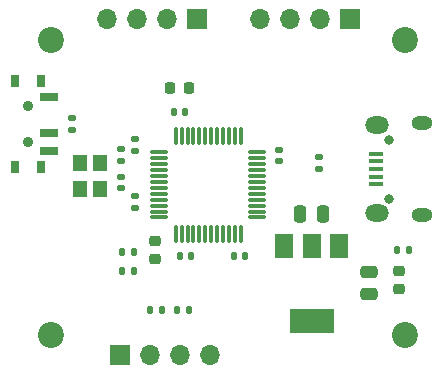
<source format=gbr>
%TF.GenerationSoftware,KiCad,Pcbnew,(6.0.10)*%
%TF.CreationDate,2024-12-04T22:05:22+05:30*%
%TF.ProjectId,STM32 Based PCB Design,53544d33-3220-4426-9173-656420504342,rev?*%
%TF.SameCoordinates,Original*%
%TF.FileFunction,Soldermask,Top*%
%TF.FilePolarity,Negative*%
%FSLAX46Y46*%
G04 Gerber Fmt 4.6, Leading zero omitted, Abs format (unit mm)*
G04 Created by KiCad (PCBNEW (6.0.10)) date 2024-12-04 22:05:22*
%MOMM*%
%LPD*%
G01*
G04 APERTURE LIST*
G04 Aperture macros list*
%AMRoundRect*
0 Rectangle with rounded corners*
0 $1 Rounding radius*
0 $2 $3 $4 $5 $6 $7 $8 $9 X,Y pos of 4 corners*
0 Add a 4 corners polygon primitive as box body*
4,1,4,$2,$3,$4,$5,$6,$7,$8,$9,$2,$3,0*
0 Add four circle primitives for the rounded corners*
1,1,$1+$1,$2,$3*
1,1,$1+$1,$4,$5*
1,1,$1+$1,$6,$7*
1,1,$1+$1,$8,$9*
0 Add four rect primitives between the rounded corners*
20,1,$1+$1,$2,$3,$4,$5,0*
20,1,$1+$1,$4,$5,$6,$7,0*
20,1,$1+$1,$6,$7,$8,$9,0*
20,1,$1+$1,$8,$9,$2,$3,0*%
G04 Aperture macros list end*
%ADD10RoundRect,0.075000X-0.662500X-0.075000X0.662500X-0.075000X0.662500X0.075000X-0.662500X0.075000X0*%
%ADD11RoundRect,0.075000X-0.075000X-0.662500X0.075000X-0.662500X0.075000X0.662500X-0.075000X0.662500X0*%
%ADD12O,0.800000X0.800000*%
%ADD13R,1.300000X0.450000*%
%ADD14O,2.000000X1.450000*%
%ADD15O,1.800000X1.150000*%
%ADD16RoundRect,0.218750X-0.256250X0.218750X-0.256250X-0.218750X0.256250X-0.218750X0.256250X0.218750X0*%
%ADD17RoundRect,0.140000X0.140000X0.170000X-0.140000X0.170000X-0.140000X-0.170000X0.140000X-0.170000X0*%
%ADD18RoundRect,0.140000X-0.140000X-0.170000X0.140000X-0.170000X0.140000X0.170000X-0.140000X0.170000X0*%
%ADD19R,1.700000X1.700000*%
%ADD20O,1.700000X1.700000*%
%ADD21RoundRect,0.135000X0.135000X0.185000X-0.135000X0.185000X-0.135000X-0.185000X0.135000X-0.185000X0*%
%ADD22C,2.200000*%
%ADD23RoundRect,0.140000X0.170000X-0.140000X0.170000X0.140000X-0.170000X0.140000X-0.170000X-0.140000X0*%
%ADD24RoundRect,0.135000X-0.135000X-0.185000X0.135000X-0.185000X0.135000X0.185000X-0.135000X0.185000X0*%
%ADD25RoundRect,0.250000X-0.250000X-0.475000X0.250000X-0.475000X0.250000X0.475000X-0.250000X0.475000X0*%
%ADD26RoundRect,0.225000X-0.225000X-0.250000X0.225000X-0.250000X0.225000X0.250000X-0.225000X0.250000X0*%
%ADD27RoundRect,0.135000X-0.185000X0.135000X-0.185000X-0.135000X0.185000X-0.135000X0.185000X0.135000X0*%
%ADD28RoundRect,0.140000X-0.170000X0.140000X-0.170000X-0.140000X0.170000X-0.140000X0.170000X0.140000X0*%
%ADD29R,0.800000X1.000000*%
%ADD30C,0.900000*%
%ADD31R,1.500000X0.700000*%
%ADD32RoundRect,0.135000X0.185000X-0.135000X0.185000X0.135000X-0.185000X0.135000X-0.185000X-0.135000X0*%
%ADD33R,1.500000X2.000000*%
%ADD34R,3.800000X2.000000*%
%ADD35R,1.200000X1.400000*%
%ADD36RoundRect,0.250000X0.475000X-0.250000X0.475000X0.250000X-0.475000X0.250000X-0.475000X-0.250000X0*%
G04 APERTURE END LIST*
D10*
%TO.C,U1*%
X197911500Y-87750000D03*
X197911500Y-88250000D03*
X197911500Y-88750000D03*
X197911500Y-89250000D03*
X197911500Y-89750000D03*
X197911500Y-90250000D03*
X197911500Y-90750000D03*
X197911500Y-91250000D03*
X197911500Y-91750000D03*
X197911500Y-92250000D03*
X197911500Y-92750000D03*
X197911500Y-93250000D03*
D11*
X199324000Y-94662500D03*
X199824000Y-94662500D03*
X200324000Y-94662500D03*
X200824000Y-94662500D03*
X201324000Y-94662500D03*
X201824000Y-94662500D03*
X202324000Y-94662500D03*
X202824000Y-94662500D03*
X203324000Y-94662500D03*
X203824000Y-94662500D03*
X204324000Y-94662500D03*
X204824000Y-94662500D03*
D10*
X206236500Y-93250000D03*
X206236500Y-92750000D03*
X206236500Y-92250000D03*
X206236500Y-91750000D03*
X206236500Y-91250000D03*
X206236500Y-90750000D03*
X206236500Y-90250000D03*
X206236500Y-89750000D03*
X206236500Y-89250000D03*
X206236500Y-88750000D03*
X206236500Y-88250000D03*
X206236500Y-87750000D03*
D11*
X204824000Y-86337500D03*
X204324000Y-86337500D03*
X203824000Y-86337500D03*
X203324000Y-86337500D03*
X202824000Y-86337500D03*
X202324000Y-86337500D03*
X201824000Y-86337500D03*
X201324000Y-86337500D03*
X200824000Y-86337500D03*
X200324000Y-86337500D03*
X199824000Y-86337500D03*
X199324000Y-86337500D03*
%TD*%
D12*
%TO.C,J4*%
X217386000Y-91654000D03*
X217386000Y-86654000D03*
D13*
X216286000Y-90454000D03*
X216286000Y-89804000D03*
X216286000Y-89154000D03*
X216286000Y-88504000D03*
X216286000Y-87854000D03*
D14*
X216336000Y-85429000D03*
D15*
X220136000Y-93029000D03*
D14*
X216336000Y-92879000D03*
D15*
X220136000Y-85279000D03*
%TD*%
D16*
%TO.C,D1*%
X218186000Y-97764500D03*
X218186000Y-99339500D03*
%TD*%
D17*
%TO.C,C7*%
X195769672Y-96186000D03*
X194809672Y-96186000D03*
%TD*%
D16*
%TO.C,FB1*%
X197574000Y-95212500D03*
X197574000Y-96787500D03*
%TD*%
D18*
%TO.C,C9*%
X199672000Y-96520000D03*
X200632000Y-96520000D03*
%TD*%
D19*
%TO.C,J3*%
X214112000Y-76454000D03*
D20*
X211572000Y-76454000D03*
X209032000Y-76454000D03*
X206492000Y-76454000D03*
%TD*%
D21*
%TO.C,R2*%
X198122000Y-101092000D03*
X197102000Y-101092000D03*
%TD*%
D17*
%TO.C,C3*%
X205204000Y-96520000D03*
X204244000Y-96520000D03*
%TD*%
D19*
%TO.C,J1*%
X194574000Y-104902000D03*
D20*
X197114000Y-104902000D03*
X199654000Y-104902000D03*
X202194000Y-104902000D03*
%TD*%
D22*
%TO.C,H4*%
X188722000Y-103232000D03*
%TD*%
D23*
%TO.C,C2*%
X195834000Y-87602000D03*
X195834000Y-86642000D03*
%TD*%
%TO.C,C11*%
X194670000Y-90750000D03*
X194670000Y-89790000D03*
%TD*%
D24*
%TO.C,R5*%
X218058000Y-96012000D03*
X219078000Y-96012000D03*
%TD*%
D17*
%TO.C,C8*%
X195769672Y-97826000D03*
X194809672Y-97826000D03*
%TD*%
D25*
%TO.C,C12*%
X209870000Y-92964000D03*
X211770000Y-92964000D03*
%TD*%
D26*
%TO.C,C1*%
X198869000Y-82296000D03*
X200419000Y-82296000D03*
%TD*%
D27*
%TO.C,R4*%
X211454000Y-88136000D03*
X211454000Y-89156000D03*
%TD*%
D28*
%TO.C,C4*%
X208074000Y-87520000D03*
X208074000Y-88480000D03*
%TD*%
D23*
%TO.C,C6*%
X195834000Y-92428000D03*
X195834000Y-91468000D03*
%TD*%
D29*
%TO.C,SW1*%
X185735000Y-88994000D03*
X187945000Y-88994000D03*
D30*
X186835000Y-83844000D03*
D29*
X185735000Y-81694000D03*
D30*
X186835000Y-86844000D03*
D29*
X187945000Y-81694000D03*
D31*
X188595000Y-83094000D03*
X188595000Y-86094000D03*
X188595000Y-87594000D03*
%TD*%
D23*
%TO.C,C10*%
X194670000Y-88436000D03*
X194670000Y-87476000D03*
%TD*%
D18*
%TO.C,C5*%
X199164000Y-84328000D03*
X200124000Y-84328000D03*
%TD*%
D24*
%TO.C,R3*%
X199388000Y-101092000D03*
X200408000Y-101092000D03*
%TD*%
D32*
%TO.C,R1*%
X190500000Y-85854000D03*
X190500000Y-84834000D03*
%TD*%
D33*
%TO.C,U2*%
X213125846Y-95704000D03*
X210825846Y-95704000D03*
D34*
X210825846Y-102004000D03*
D33*
X208525846Y-95704000D03*
%TD*%
D22*
%TO.C,H3*%
X218722000Y-103232000D03*
%TD*%
D35*
%TO.C,Y1*%
X191174000Y-88646000D03*
X191174000Y-90846000D03*
X192874000Y-90846000D03*
X192874000Y-88646000D03*
%TD*%
D19*
%TO.C,J2*%
X201158000Y-76454000D03*
D20*
X198618000Y-76454000D03*
X196078000Y-76454000D03*
X193538000Y-76454000D03*
%TD*%
D22*
%TO.C,H1*%
X218722000Y-78232000D03*
%TD*%
%TO.C,H2*%
X188722000Y-78232000D03*
%TD*%
D36*
%TO.C,C13*%
X215646000Y-99756000D03*
X215646000Y-97856000D03*
%TD*%
M02*

</source>
